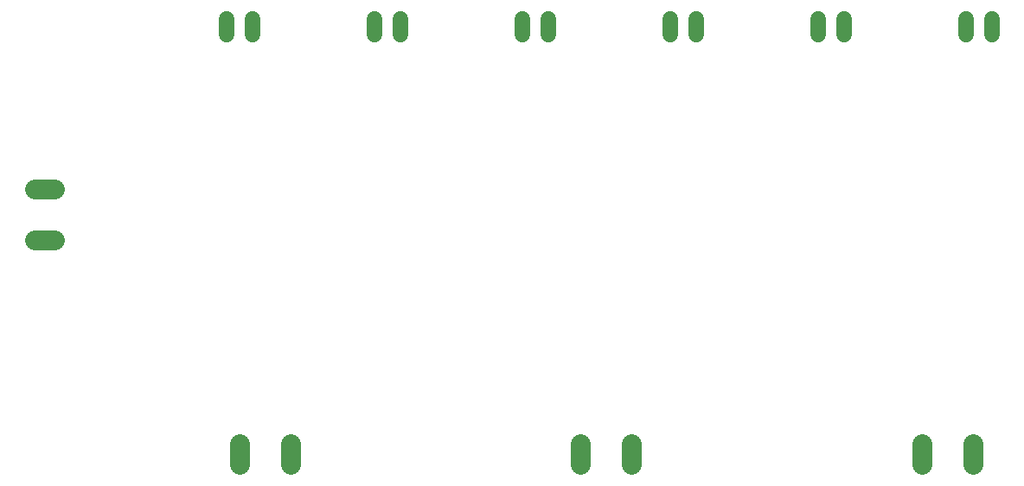
<source format=gbr>
G04 EAGLE Gerber RS-274X export*
G75*
%MOMM*%
%FSLAX34Y34*%
%LPD*%
%INBottom Copper*%
%IPPOS*%
%AMOC8*
5,1,8,0,0,1.08239X$1,22.5*%
G01*
%ADD10C,1.981200*%
%ADD11C,1.524000*%


D10*
X367030Y261874D02*
X367030Y281686D01*
X417068Y281686D02*
X417068Y261874D01*
X701040Y261874D02*
X701040Y281686D01*
X751078Y281686D02*
X751078Y261874D01*
X1035050Y261874D02*
X1035050Y281686D01*
X1085088Y281686D02*
X1085088Y261874D01*
X186182Y531876D02*
X166370Y531876D01*
X166370Y481838D02*
X186182Y481838D01*
D11*
X354076Y683260D02*
X354076Y698500D01*
X379476Y698500D02*
X379476Y683260D01*
X498856Y683260D02*
X498856Y698500D01*
X524256Y698500D02*
X524256Y683260D01*
X643636Y683260D02*
X643636Y698500D01*
X669036Y698500D02*
X669036Y683260D01*
X788416Y683260D02*
X788416Y698500D01*
X813816Y698500D02*
X813816Y683260D01*
X933196Y683260D02*
X933196Y698500D01*
X958596Y698500D02*
X958596Y683260D01*
X1077976Y683260D02*
X1077976Y698500D01*
X1103376Y698500D02*
X1103376Y683260D01*
M02*

</source>
